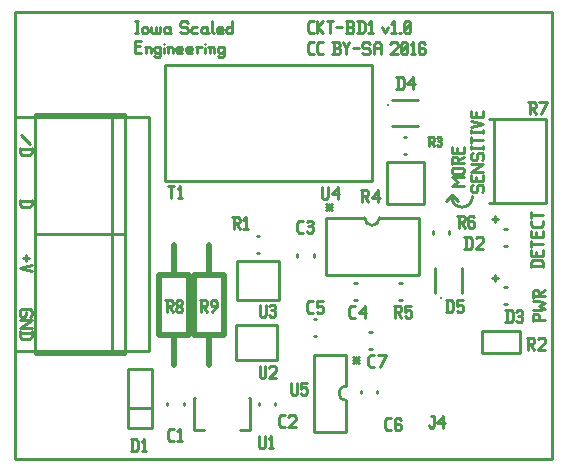
<source format=gto>
G04 start of page 9 for group -4079 idx -4079 *
G04 Title: (unknown), topsilk *
G04 Creator: pcb 20140316 *
G04 CreationDate: Thu 21 Jan 2016 04:01:36 PM GMT UTC *
G04 For: ndholmes *
G04 Format: Gerber/RS-274X *
G04 PCB-Dimensions (mil): 1800.00 1500.00 *
G04 PCB-Coordinate-Origin: lower left *
%MOIN*%
%FSLAX25Y25*%
%LNTOPSILK*%
%ADD88C,0.0200*%
%ADD87C,0.0100*%
G54D87*X146000Y88500D02*X144000Y86500D01*
X146000Y88500D02*X148000Y86500D01*
X179500Y500D02*X500D01*
Y149500D01*
X179500D01*
Y500D01*
X146000Y88000D02*G75*G03X149500Y84500I3500J0D01*G01*
G75*G03X153000Y88000I0J3500D01*G01*
X152500Y91500D02*X153000Y92000D01*
X152500Y91500D02*Y90000D01*
X153000Y89500D02*X152500Y90000D01*
X153000Y89500D02*X154000D01*
X154500Y90000D01*
Y91500D02*Y90000D01*
Y91500D02*X155000Y92000D01*
X156000D01*
X156500Y91500D02*X156000Y92000D01*
X156500Y91500D02*Y90000D01*
X156000Y89500D02*X156500Y90000D01*
X154300Y94700D02*Y93200D01*
X156500Y95200D02*Y93200D01*
X152500D02*X156500D01*
X152500Y95200D02*Y93200D01*
Y96400D02*X156500D01*
X152500D02*X156500Y98900D01*
X152500D02*X156500D01*
X152500Y102100D02*X153000Y102600D01*
X152500Y102100D02*Y100600D01*
X153000Y100100D02*X152500Y100600D01*
X153000Y100100D02*X154000D01*
X154500Y100600D01*
Y102100D02*Y100600D01*
Y102100D02*X155000Y102600D01*
X156000D01*
X156500Y102100D02*X156000Y102600D01*
X156500Y102100D02*Y100600D01*
X156000Y100100D02*X156500Y100600D01*
X152500Y104800D02*Y103800D01*
Y104300D02*X156500D01*
Y104800D02*Y103800D01*
X152500Y108000D02*Y106000D01*
Y107000D02*X156500D01*
X152500Y110200D02*Y109200D01*
Y109700D02*X156500D01*
Y110200D02*Y109200D01*
X152500Y111400D02*X156500Y112400D01*
X152500Y113400D01*
X154300Y116100D02*Y114600D01*
X156500Y116600D02*Y114600D01*
X152500D02*X156500D01*
X152500Y116600D02*Y114600D01*
X146000Y91500D02*X150000D01*
X146000D02*X148000Y93000D01*
X146000Y94500D01*
X150000D01*
X146500Y95700D02*X149500D01*
X146500D02*X146000Y96200D01*
Y97200D02*Y96200D01*
Y97200D02*X146500Y97700D01*
X149500D01*
X150000Y97200D02*X149500Y97700D01*
X150000Y97200D02*Y96200D01*
X149500Y95700D02*X150000Y96200D01*
X146000Y100900D02*Y98900D01*
Y100900D02*X146500Y101400D01*
X147500D01*
X148000Y100900D02*X147500Y101400D01*
X148000Y100900D02*Y99400D01*
X146000D02*X150000D01*
X148000Y100200D02*X150000Y101400D01*
X147800Y104100D02*Y102600D01*
X150000Y104600D02*Y102600D01*
X146000D02*X150000D01*
X146000Y104600D02*Y102600D01*
X172500Y65000D02*X176500D01*
X172500Y66300D02*X173200Y67000D01*
X175800D01*
X176500Y66300D02*X175800Y67000D01*
X176500Y66300D02*Y64500D01*
X172500Y66300D02*Y64500D01*
X174300Y69700D02*Y68200D01*
X176500Y70200D02*Y68200D01*
X172500D02*X176500D01*
X172500Y70200D02*Y68200D01*
Y73400D02*Y71400D01*
Y72400D02*X176500D01*
X174300Y76100D02*Y74600D01*
X176500Y76600D02*Y74600D01*
X172500D02*X176500D01*
X172500Y76600D02*Y74600D01*
X176500Y79800D02*Y78500D01*
X175800Y77800D02*X176500Y78500D01*
X173200Y77800D02*X175800D01*
X173200D02*X172500Y78500D01*
Y79800D02*Y78500D01*
Y83000D02*Y81000D01*
Y82000D02*X176500D01*
X159500Y80500D02*X161500D01*
X160500Y81500D02*Y79500D01*
X159500Y61000D02*X161500D01*
X160500Y62000D02*Y60000D01*
X4000Y68500D02*Y66500D01*
X3000Y67500D02*X5000D01*
X6000Y65300D02*X2000Y64300D01*
X6000Y63300D01*
Y48500D02*X5500Y48000D01*
X6000Y50000D02*Y48500D01*
X5500Y50500D02*X6000Y50000D01*
X2500Y50500D02*X5500D01*
X2500D02*X2000Y50000D01*
Y48500D01*
X2500Y48000D01*
X3500D01*
X4000Y48500D02*X3500Y48000D01*
X4000Y49500D02*Y48500D01*
X2000Y46800D02*X6000D01*
X2000Y44300D01*
X6000D01*
X2000Y42600D02*X6000D01*
Y41300D02*X5300Y40600D01*
X2700D02*X5300D01*
X2000Y41300D02*X2700Y40600D01*
X2000Y43100D02*Y41300D01*
X6000Y43100D02*Y41300D01*
X2000Y86500D02*X6000D01*
Y85200D02*X5300Y84500D01*
X2700D02*X5300D01*
X2000Y85200D02*X2700Y84500D01*
X2000Y87000D02*Y85200D01*
X6000Y87000D02*Y85200D01*
X2500Y108500D02*X5500Y105500D01*
X2000Y103800D02*X6000D01*
Y102500D02*X5300Y101800D01*
X2700D02*X5300D01*
X2000Y102500D02*X2700Y101800D01*
X2000Y104300D02*Y102500D01*
X6000Y104300D02*Y102500D01*
X173000Y47000D02*X177000D01*
X173000Y48500D02*Y46500D01*
Y48500D02*X173500Y49000D01*
X174500D01*
X175000Y48500D02*X174500Y49000D01*
X175000Y48500D02*Y47000D01*
X173000Y50200D02*X175000D01*
X177000Y50700D01*
X175000Y51700D01*
X177000Y52700D01*
X175000Y53200D01*
X173000D02*X175000D01*
X173000Y56400D02*Y54400D01*
Y56400D02*X173500Y56900D01*
X174500D01*
X175000Y56400D02*X174500Y56900D01*
X175000Y56400D02*Y54900D01*
X173000D02*X177000D01*
X175000Y55700D02*X177000Y56900D01*
X113000Y34500D02*X115000Y32500D01*
X113000D02*X115000Y34500D01*
X113000Y33500D02*X115000D01*
X114000Y34500D02*Y32500D01*
X40500Y146500D02*X41500D01*
X41000D02*Y142500D01*
X40500D02*X41500D01*
X42700Y144000D02*Y143000D01*
Y144000D02*X43200Y144500D01*
X44200D01*
X44700Y144000D01*
Y143000D01*
X44200Y142500D02*X44700Y143000D01*
X43200Y142500D02*X44200D01*
X42700Y143000D02*X43200Y142500D01*
X45900Y144500D02*Y143000D01*
X46400Y142500D01*
X46900D01*
X47400Y143000D01*
Y144500D02*Y143000D01*
X47900Y142500D01*
X48400D01*
X48900Y143000D01*
Y144500D02*Y143000D01*
X51600Y144500D02*X52100Y144000D01*
X50600Y144500D02*X51600D01*
X50100Y144000D02*X50600Y144500D01*
X50100Y144000D02*Y143000D01*
X50600Y142500D01*
X52100Y144500D02*Y143000D01*
X52600Y142500D01*
X50600D02*X51600D01*
X52100Y143000D01*
X57600Y146500D02*X58100Y146000D01*
X56100Y146500D02*X57600D01*
X55600Y146000D02*X56100Y146500D01*
X55600Y146000D02*Y145000D01*
X56100Y144500D01*
X57600D01*
X58100Y144000D01*
Y143000D01*
X57600Y142500D02*X58100Y143000D01*
X56100Y142500D02*X57600D01*
X55600Y143000D02*X56100Y142500D01*
X59800Y144500D02*X61300D01*
X59300Y144000D02*X59800Y144500D01*
X59300Y144000D02*Y143000D01*
X59800Y142500D01*
X61300D01*
X64000Y144500D02*X64500Y144000D01*
X63000Y144500D02*X64000D01*
X62500Y144000D02*X63000Y144500D01*
X62500Y144000D02*Y143000D01*
X63000Y142500D01*
X64500Y144500D02*Y143000D01*
X65000Y142500D01*
X63000D02*X64000D01*
X64500Y143000D01*
X66200Y146500D02*Y143000D01*
X66700Y142500D01*
X68200D02*X69700D01*
X67700Y143000D02*X68200Y142500D01*
X67700Y144000D02*Y143000D01*
Y144000D02*X68200Y144500D01*
X69200D01*
X69700Y144000D01*
X67700Y143500D02*X69700D01*
Y144000D02*Y143500D01*
X72900Y146500D02*Y142500D01*
X72400D02*X72900Y143000D01*
X71400Y142500D02*X72400D01*
X70900Y143000D02*X71400Y142500D01*
X70900Y144000D02*Y143000D01*
Y144000D02*X71400Y144500D01*
X72400D01*
X72900Y144000D01*
X40500Y138200D02*X42000D01*
X40500Y136000D02*X42500D01*
X40500Y140000D02*Y136000D01*
Y140000D02*X42500D01*
X44200Y137500D02*Y136000D01*
Y137500D02*X44700Y138000D01*
X45200D01*
X45700Y137500D01*
Y136000D01*
X43700Y138000D02*X44200Y137500D01*
X48400Y138000D02*X48900Y137500D01*
X47400Y138000D02*X48400D01*
X46900Y137500D02*X47400Y138000D01*
X46900Y137500D02*Y136500D01*
X47400Y136000D01*
X48400D01*
X48900Y136500D01*
X46900Y135000D02*X47400Y134500D01*
X48400D01*
X48900Y135000D01*
Y138000D02*Y135000D01*
X50100Y139000D02*Y138900D01*
Y137500D02*Y136000D01*
X51600Y137500D02*Y136000D01*
Y137500D02*X52100Y138000D01*
X52600D01*
X53100Y137500D01*
Y136000D01*
X51100Y138000D02*X51600Y137500D01*
X54800Y136000D02*X56300D01*
X54300Y136500D02*X54800Y136000D01*
X54300Y137500D02*Y136500D01*
Y137500D02*X54800Y138000D01*
X55800D01*
X56300Y137500D01*
X54300Y137000D02*X56300D01*
Y137500D02*Y137000D01*
X58000Y136000D02*X59500D01*
X57500Y136500D02*X58000Y136000D01*
X57500Y137500D02*Y136500D01*
Y137500D02*X58000Y138000D01*
X59000D01*
X59500Y137500D01*
X57500Y137000D02*X59500D01*
Y137500D02*Y137000D01*
X61200Y137500D02*Y136000D01*
Y137500D02*X61700Y138000D01*
X62700D01*
X60700D02*X61200Y137500D01*
X63900Y139000D02*Y138900D01*
Y137500D02*Y136000D01*
X65400Y137500D02*Y136000D01*
Y137500D02*X65900Y138000D01*
X66400D01*
X66900Y137500D01*
Y136000D01*
X64900Y138000D02*X65400Y137500D01*
X69600Y138000D02*X70100Y137500D01*
X68600Y138000D02*X69600D01*
X68100Y137500D02*X68600Y138000D01*
X68100Y137500D02*Y136500D01*
X68600Y136000D01*
X69600D01*
X70100Y136500D01*
X68100Y135000D02*X68600Y134500D01*
X69600D01*
X70100Y135000D01*
Y138000D02*Y135000D01*
X98700Y142500D02*X100000D01*
X98000Y143200D02*X98700Y142500D01*
X98000Y145800D02*Y143200D01*
Y145800D02*X98700Y146500D01*
X100000D01*
X101200D02*Y142500D01*
Y144500D02*X103200Y146500D01*
X101200Y144500D02*X103200Y142500D01*
X104400Y146500D02*X106400D01*
X105400D02*Y142500D01*
X107600Y144500D02*X109600D01*
X110800Y142500D02*X112800D01*
X113300Y143000D01*
Y144200D02*Y143000D01*
X112800Y144700D02*X113300Y144200D01*
X111300Y144700D02*X112800D01*
X111300Y146500D02*Y142500D01*
X110800Y146500D02*X112800D01*
X113300Y146000D01*
Y145200D01*
X112800Y144700D02*X113300Y145200D01*
X115000Y146500D02*Y142500D01*
X116300Y146500D02*X117000Y145800D01*
Y143200D01*
X116300Y142500D02*X117000Y143200D01*
X114500Y142500D02*X116300D01*
X114500Y146500D02*X116300D01*
X118200Y145700D02*X119000Y146500D01*
Y142500D01*
X118200D02*X119700D01*
X122700Y144500D02*X123700Y142500D01*
X124700Y144500D02*X123700Y142500D01*
X125900Y145700D02*X126700Y146500D01*
Y142500D01*
X125900D02*X127400D01*
X128600D02*X129100D01*
X130300Y143000D02*X130800Y142500D01*
X130300Y146000D02*Y143000D01*
Y146000D02*X130800Y146500D01*
X131800D01*
X132300Y146000D01*
Y143000D01*
X131800Y142500D02*X132300Y143000D01*
X130800Y142500D02*X131800D01*
X130300Y143500D02*X132300Y145500D01*
X98700Y135500D02*X100000D01*
X98000Y136200D02*X98700Y135500D01*
X98000Y138800D02*Y136200D01*
Y138800D02*X98700Y139500D01*
X100000D01*
X101900Y135500D02*X103200D01*
X101200Y136200D02*X101900Y135500D01*
X101200Y138800D02*Y136200D01*
Y138800D02*X101900Y139500D01*
X103200D01*
X106200Y135500D02*X108200D01*
X108700Y136000D01*
Y137200D02*Y136000D01*
X108200Y137700D02*X108700Y137200D01*
X106700Y137700D02*X108200D01*
X106700Y139500D02*Y135500D01*
X106200Y139500D02*X108200D01*
X108700Y139000D01*
Y138200D01*
X108200Y137700D02*X108700Y138200D01*
X109900Y139500D02*X110900Y137500D01*
X111900Y139500D01*
X110900Y137500D02*Y135500D01*
X113100Y137500D02*X115100D01*
X118300Y139500D02*X118800Y139000D01*
X116800Y139500D02*X118300D01*
X116300Y139000D02*X116800Y139500D01*
X116300Y139000D02*Y138000D01*
X116800Y137500D01*
X118300D01*
X118800Y137000D01*
Y136000D01*
X118300Y135500D02*X118800Y136000D01*
X116800Y135500D02*X118300D01*
X116300Y136000D02*X116800Y135500D01*
X120000Y138500D02*Y135500D01*
Y138500D02*X120700Y139500D01*
X121800D01*
X122500Y138500D01*
Y135500D01*
X120000Y137500D02*X122500D01*
X125500Y139000D02*X126000Y139500D01*
X127500D01*
X128000Y139000D01*
Y138000D01*
X125500Y135500D02*X128000Y138000D01*
X125500Y135500D02*X128000D01*
X129200Y136000D02*X129700Y135500D01*
X129200Y139000D02*Y136000D01*
Y139000D02*X129700Y139500D01*
X130700D01*
X131200Y139000D01*
Y136000D01*
X130700Y135500D02*X131200Y136000D01*
X129700Y135500D02*X130700D01*
X129200Y136500D02*X131200Y138500D01*
X132400Y138700D02*X133200Y139500D01*
Y135500D01*
X132400D02*X133900D01*
X136600Y139500D02*X137100Y139000D01*
X135600Y139500D02*X136600D01*
X135100Y139000D02*X135600Y139500D01*
X135100Y139000D02*Y136000D01*
X135600Y135500D01*
X136600Y137700D02*X137100Y137200D01*
X135100Y137700D02*X136600D01*
X135600Y135500D02*X136600D01*
X137100Y136000D01*
Y137200D02*Y136000D01*
X104000Y85500D02*X106000Y83500D01*
X104000D02*X106000Y85500D01*
X104000Y84500D02*X106000D01*
X105000Y85500D02*Y83500D01*
X50500Y93250D02*X119500D01*
X50500Y131750D02*X119500D01*
Y93250D01*
X50500Y131750D02*Y93250D01*
X81107Y74755D02*X81893D01*
X81107Y69245D02*X81893D01*
X128607Y59255D02*X129393D01*
X128607Y53745D02*X129393D01*
X139745Y76436D02*Y75650D01*
X145255Y76436D02*Y75650D01*
X104000Y81000D02*Y62000D01*
X135000D01*
Y81000D02*Y62000D01*
X104000Y81000D02*X117000D01*
X122000D02*X135000D01*
X117000D02*G75*G03X122000Y81000I2500J0D01*G01*
X100169Y68850D02*Y68064D01*
X94659Y68850D02*Y68064D01*
X113607Y53745D02*X114393D01*
X113607Y59255D02*X114393D01*
X118607Y42755D02*X119393D01*
X118607Y37245D02*X119393D01*
X140600Y55800D02*Y64200D01*
X149400Y55800D02*Y64200D01*
X142440Y54400D03*
X163607Y52245D02*X164393D01*
X163607Y57755D02*X164393D01*
X163607Y71745D02*X164393D01*
X163607Y77255D02*X164393D01*
X156201Y43241D02*X168799D01*
Y35759D01*
X156201D02*X168799D01*
X156201Y43241D02*Y35759D01*
X130150Y102245D02*X130936D01*
X130150Y107755D02*X130936D01*
X126300Y120400D02*X134700D01*
X126300Y111600D02*X134700D01*
X124900Y118560D03*
X158400Y113950D02*X177600D01*
X158400Y86050D02*X177600D01*
Y113950D02*Y86050D01*
X160000Y113950D02*Y86050D01*
X500Y114500D02*Y36500D01*
X45000Y114500D02*Y36500D01*
X500Y114500D02*X45000D01*
X500Y36500D02*X45000D01*
X7200Y115500D02*Y75500D01*
X37200Y115500D02*Y75500D01*
X32800Y115500D02*Y75500D01*
X7200Y115500D02*X37200D01*
X7200Y75500D02*X37200D01*
X7200D02*Y35500D01*
X37200Y75500D02*Y35500D01*
X32800Y75500D02*Y35500D01*
X7200Y75500D02*X37200D01*
X7200Y35500D02*X37200D01*
X124353Y99465D02*X136951D01*
Y85685D01*
X124353D01*
Y99465D01*
X115745Y23393D02*Y22607D01*
X121255Y23393D02*Y22607D01*
X100107Y41745D02*X100893D01*
X100107Y47255D02*X100893D01*
X78750Y20901D02*Y10271D01*
X60250Y20901D02*Y10271D01*
X75500D02*X78750D01*
X60250D02*X63500D01*
X78571Y20901D02*X78750D01*
X60250D02*X60429D01*
X100012Y35311D02*X110988D01*
X100012D02*Y9689D01*
X110988D01*
Y35311D02*Y25000D01*
Y20000D02*Y9689D01*
Y25000D02*G75*G03X110988Y20000I0J-2500D01*G01*
X87255Y19393D02*Y18607D01*
X81745Y19393D02*Y18607D01*
X74000Y33500D02*X87900D01*
Y45300D02*Y33500D01*
X74000Y45300D02*X87900D01*
X74000D02*Y33500D01*
X74600Y66500D02*X88500D01*
X74600D02*Y53700D01*
X88500D01*
Y66500D02*Y53700D01*
G54D88*X58500Y62000D02*Y42000D01*
X48500D02*X58500D01*
X48500Y62000D02*Y42000D01*
Y62000D02*X58500D01*
X53500Y72000D02*Y62000D01*
Y42000D02*Y32000D01*
X70000Y62000D02*Y42000D01*
X60000D02*X70000D01*
X60000Y62000D02*Y42000D01*
Y62000D02*X70000D01*
X65000Y72000D02*Y62000D01*
Y42000D02*Y32000D01*
G54D87*X56755Y19393D02*Y18607D01*
X51245Y19393D02*Y18607D01*
X46000Y30484D02*Y10784D01*
X38000Y30484D02*Y10784D01*
X46000D01*
X38000Y30484D02*X46000D01*
X38000Y17584D02*X46000D01*
X82000Y52000D02*Y48500D01*
X82500Y48000D01*
X83500D01*
X84000Y48500D01*
Y52000D02*Y48500D01*
X85200Y51500D02*X85700Y52000D01*
X86700D01*
X87200Y51500D01*
X86700Y48000D02*X87200Y48500D01*
X85700Y48000D02*X86700D01*
X85200Y48500D02*X85700Y48000D01*
Y50200D02*X86700D01*
X87200Y51500D02*Y50700D01*
Y49700D02*Y48500D01*
Y49700D02*X86700Y50200D01*
X87200Y50700D02*X86700Y50200D01*
X50500Y53500D02*X52500D01*
X53000Y53000D01*
Y52000D01*
X52500Y51500D02*X53000Y52000D01*
X51000Y51500D02*X52500D01*
X51000Y53500D02*Y49500D01*
X51800Y51500D02*X53000Y49500D01*
X54200Y50000D02*X54700Y49500D01*
X54200Y50800D02*Y50000D01*
Y50800D02*X54900Y51500D01*
X55500D01*
X56200Y50800D01*
Y50000D01*
X55700Y49500D02*X56200Y50000D01*
X54700Y49500D02*X55700D01*
X54200Y52200D02*X54900Y51500D01*
X54200Y53000D02*Y52200D01*
Y53000D02*X54700Y53500D01*
X55700D01*
X56200Y53000D01*
Y52200D01*
X55500Y51500D02*X56200Y52200D01*
X62000Y53500D02*X64000D01*
X64500Y53000D01*
Y52000D01*
X64000Y51500D02*X64500Y52000D01*
X62500Y51500D02*X64000D01*
X62500Y53500D02*Y49500D01*
X63300Y51500D02*X64500Y49500D01*
X66200D02*X67700Y51500D01*
Y53000D02*Y51500D01*
X67200Y53500D02*X67700Y53000D01*
X66200Y53500D02*X67200D01*
X65700Y53000D02*X66200Y53500D01*
X65700Y53000D02*Y52000D01*
X66200Y51500D01*
X67700D01*
X81801Y8095D02*Y4595D01*
X82301Y4095D01*
X83301D01*
X83801Y4595D01*
Y8095D02*Y4595D01*
X85001Y7295D02*X85801Y8095D01*
Y4095D01*
X85001D02*X86501D01*
X52093Y6607D02*X53393D01*
X51393Y7307D02*X52093Y6607D01*
X51393Y9907D02*Y7307D01*
Y9907D02*X52093Y10607D01*
X53393D01*
X54593Y9807D02*X55393Y10607D01*
Y6607D01*
X54593D02*X56093D01*
X39500Y7084D02*Y3084D01*
X40800Y7084D02*X41500Y6384D01*
Y3784D01*
X40800Y3084D02*X41500Y3784D01*
X39000Y3084D02*X40800D01*
X39000Y7084D02*X40800D01*
X42700Y6284D02*X43500Y7084D01*
Y3084D01*
X42700D02*X44200D01*
X89050Y11150D02*X90350D01*
X88350Y11850D02*X89050Y11150D01*
X88350Y14450D02*Y11850D01*
Y14450D02*X89050Y15150D01*
X90350D01*
X91550Y14650D02*X92050Y15150D01*
X93550D01*
X94050Y14650D01*
Y13650D01*
X91550Y11150D02*X94050Y13650D01*
X91550Y11150D02*X94050D01*
X82000Y31530D02*Y28135D01*
X82485Y27650D01*
X83455D01*
X83940Y28135D01*
Y31530D02*Y28135D01*
X85104Y31045D02*X85589Y31530D01*
X87044D01*
X87529Y31045D01*
Y30075D01*
X85104Y27650D02*X87529Y30075D01*
X85104Y27650D02*X87529D01*
X98550Y49150D02*X99850D01*
X97850Y49850D02*X98550Y49150D01*
X97850Y52450D02*Y49850D01*
Y52450D02*X98550Y53150D01*
X99850D01*
X101050D02*X103050D01*
X101050D02*Y51150D01*
X101550Y51650D01*
X102550D01*
X103050Y51150D01*
Y49650D01*
X102550Y49150D02*X103050Y49650D01*
X101550Y49150D02*X102550D01*
X101050Y49650D02*X101550Y49150D01*
X95179Y76064D02*X96479D01*
X94479Y76764D02*X95179Y76064D01*
X94479Y79364D02*Y76764D01*
Y79364D02*X95179Y80064D01*
X96479D01*
X97679Y79564D02*X98179Y80064D01*
X99179D01*
X99679Y79564D01*
X99179Y76064D02*X99679Y76564D01*
X98179Y76064D02*X99179D01*
X97679Y76564D02*X98179Y76064D01*
Y78264D02*X99179D01*
X99679Y79564D02*Y78764D01*
Y77764D02*Y76564D01*
Y77764D02*X99179Y78264D01*
X99679Y78764D02*X99179Y78264D01*
X92500Y26000D02*Y22500D01*
X93000Y22000D01*
X94000D01*
X94500Y22500D01*
Y26000D02*Y22500D01*
X95700Y26000D02*X97700D01*
X95700D02*Y24000D01*
X96200Y24500D01*
X97200D01*
X97700Y24000D01*
Y22500D01*
X97200Y22000D02*X97700Y22500D01*
X96200Y22000D02*X97200D01*
X95700Y22500D02*X96200Y22000D01*
X51500Y91500D02*X53500D01*
X52500D02*Y87500D01*
X54700Y90700D02*X55500Y91500D01*
Y87500D01*
X54700D02*X56200D01*
X72850Y81150D02*X74850D01*
X75350Y80650D01*
Y79650D01*
X74850Y79150D02*X75350Y79650D01*
X73350Y79150D02*X74850D01*
X73350Y81150D02*Y77150D01*
X74150Y79150D02*X75350Y77150D01*
X76550Y80350D02*X77350Y81150D01*
Y77150D01*
X76550D02*X78050D01*
X102804Y91351D02*Y87851D01*
X103304Y87351D01*
X104304D01*
X104804Y87851D01*
Y91351D02*Y87851D01*
X106004Y88851D02*X108004Y91351D01*
X106004Y88851D02*X108504D01*
X108004Y91351D02*Y87351D01*
X115804Y90150D02*X117804D01*
X118304Y89650D01*
Y88650D01*
X117804Y88150D02*X118304Y88650D01*
X116304Y88150D02*X117804D01*
X116304Y90150D02*Y86150D01*
X117104Y88150D02*X118304Y86150D01*
X119504Y87650D02*X121504Y90150D01*
X119504Y87650D02*X122004D01*
X121504Y90150D02*Y86150D01*
X119007Y31150D02*X120307D01*
X118307Y31850D02*X119007Y31150D01*
X118307Y34450D02*Y31850D01*
Y34450D02*X119007Y35150D01*
X120307D01*
X122007Y31150D02*X124007Y35150D01*
X121507D02*X124007D01*
X126807Y51650D02*X128807D01*
X129307Y51150D01*
Y50150D01*
X128807Y49650D02*X129307Y50150D01*
X127307Y49650D02*X128807D01*
X127307Y51650D02*Y47650D01*
X128107Y49650D02*X129307Y47650D01*
X130507Y51650D02*X132507D01*
X130507D02*Y49650D01*
X131007Y50150D01*
X132007D01*
X132507Y49650D01*
Y48150D01*
X132007Y47650D02*X132507Y48150D01*
X131007Y47650D02*X132007D01*
X130507Y48150D02*X131007Y47650D01*
X112507D02*X113807D01*
X111807Y48350D02*X112507Y47650D01*
X111807Y50950D02*Y48350D01*
Y50950D02*X112507Y51650D01*
X113807D01*
X115007Y49150D02*X117007Y51650D01*
X115007Y49150D02*X117507D01*
X117007Y51650D02*Y47650D01*
X138264Y107880D02*X139804D01*
X140189Y107495D01*
Y106725D01*
X139804Y106340D02*X140189Y106725D01*
X138649Y106340D02*X139804D01*
X138649Y107880D02*Y104800D01*
X139265Y106340D02*X140189Y104800D01*
X141113Y107495D02*X141498Y107880D01*
X142268D01*
X142653Y107495D01*
X142268Y104800D02*X142653Y105185D01*
X141498Y104800D02*X142268D01*
X141113Y105185D02*X141498Y104800D01*
Y106494D02*X142268D01*
X142653Y107495D02*Y106879D01*
Y106109D02*Y105185D01*
Y106109D02*X142268Y106494D01*
X142653Y106879D02*X142268Y106494D01*
X128100Y127950D02*Y123950D01*
X129400Y127950D02*X130100Y127250D01*
Y124650D01*
X129400Y123950D02*X130100Y124650D01*
X127600Y123950D02*X129400D01*
X127600Y127950D02*X129400D01*
X131300Y125450D02*X133300Y127950D01*
X131300Y125450D02*X133800D01*
X133300Y127950D02*Y123950D01*
X171500Y119500D02*X173500D01*
X174000Y119000D01*
Y118000D01*
X173500Y117500D02*X174000Y118000D01*
X172000Y117500D02*X173500D01*
X172000Y119500D02*Y115500D01*
X172800Y117500D02*X174000Y115500D01*
X175700D02*X177700Y119500D01*
X175200D02*X177700D01*
X139286Y15000D02*X140086D01*
Y11500D01*
X139586Y11000D02*X140086Y11500D01*
X139086Y11000D02*X139586D01*
X138586Y11500D02*X139086Y11000D01*
X138586Y12000D02*Y11500D01*
X141286Y12500D02*X143286Y15000D01*
X141286Y12500D02*X143786D01*
X143286Y15000D02*Y11000D01*
X147936Y81650D02*X149936D01*
X150436Y81150D01*
Y80150D01*
X149936Y79650D02*X150436Y80150D01*
X148436Y79650D02*X149936D01*
X148436Y81650D02*Y77650D01*
X149236Y79650D02*X150436Y77650D01*
X153136Y81650D02*X153636Y81150D01*
X152136Y81650D02*X153136D01*
X151636Y81150D02*X152136Y81650D01*
X151636Y81150D02*Y78150D01*
X152136Y77650D01*
X153136Y79850D02*X153636Y79350D01*
X151636Y79850D02*X153136D01*
X152136Y77650D02*X153136D01*
X153636Y78150D01*
Y79350D02*Y78150D01*
X144600Y53450D02*Y49450D01*
X145900Y53450D02*X146600Y52750D01*
Y50150D01*
X145900Y49450D02*X146600Y50150D01*
X144100Y49450D02*X145900D01*
X144100Y53450D02*X145900D01*
X147800D02*X149800D01*
X147800D02*Y51450D01*
X148300Y51950D01*
X149300D01*
X149800Y51450D01*
Y49950D01*
X149300Y49450D02*X149800Y49950D01*
X148300Y49450D02*X149300D01*
X147800Y49950D02*X148300Y49450D01*
X164436Y50150D02*Y46150D01*
X165736Y50150D02*X166436Y49450D01*
Y46850D01*
X165736Y46150D02*X166436Y46850D01*
X163936Y46150D02*X165736D01*
X163936Y50150D02*X165736D01*
X167636Y49650D02*X168136Y50150D01*
X169136D01*
X169636Y49650D01*
X169136Y46150D02*X169636Y46650D01*
X168136Y46150D02*X169136D01*
X167636Y46650D02*X168136Y46150D01*
Y48350D02*X169136D01*
X169636Y49650D02*Y48850D01*
Y47850D02*Y46650D01*
Y47850D02*X169136Y48350D01*
X169636Y48850D02*X169136Y48350D01*
X150807Y74650D02*Y70650D01*
X152107Y74650D02*X152807Y73950D01*
Y71350D01*
X152107Y70650D02*X152807Y71350D01*
X150307Y70650D02*X152107D01*
X150307Y74650D02*X152107D01*
X154007Y74150D02*X154507Y74650D01*
X156007D01*
X156507Y74150D01*
Y73150D01*
X154007Y70650D02*X156507Y73150D01*
X154007Y70650D02*X156507D01*
X171000Y41000D02*X173000D01*
X173500Y40500D01*
Y39500D01*
X173000Y39000D02*X173500Y39500D01*
X171500Y39000D02*X173000D01*
X171500Y41000D02*Y37000D01*
X172300Y39000D02*X173500Y37000D01*
X174700Y40500D02*X175200Y41000D01*
X176700D01*
X177200Y40500D01*
Y39500D01*
X174700Y37000D02*X177200Y39500D01*
X174700Y37000D02*X177200D01*
X124593Y10150D02*X125893D01*
X123893Y10850D02*X124593Y10150D01*
X123893Y13450D02*Y10850D01*
Y13450D02*X124593Y14150D01*
X125893D01*
X128593D02*X129093Y13650D01*
X127593Y14150D02*X128593D01*
X127093Y13650D02*X127593Y14150D01*
X127093Y13650D02*Y10650D01*
X127593Y10150D01*
X128593Y12350D02*X129093Y11850D01*
X127093Y12350D02*X128593D01*
X127593Y10150D02*X128593D01*
X129093Y10650D01*
Y11850D02*Y10650D01*
M02*

</source>
